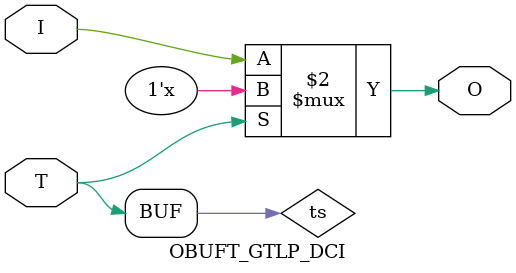
<source format=v>

/*

FUNCTION    : TRI-STATE OUTPUT BUFFER

*/

`celldefine
`timescale  100 ps / 10 ps

module OBUFT_GTLP_DCI (O, I, T);

    output O;

    input  I, T;

    or O1 (ts, 1'b0, T);
    bufif0 T1 (O, I, ts);

endmodule

</source>
